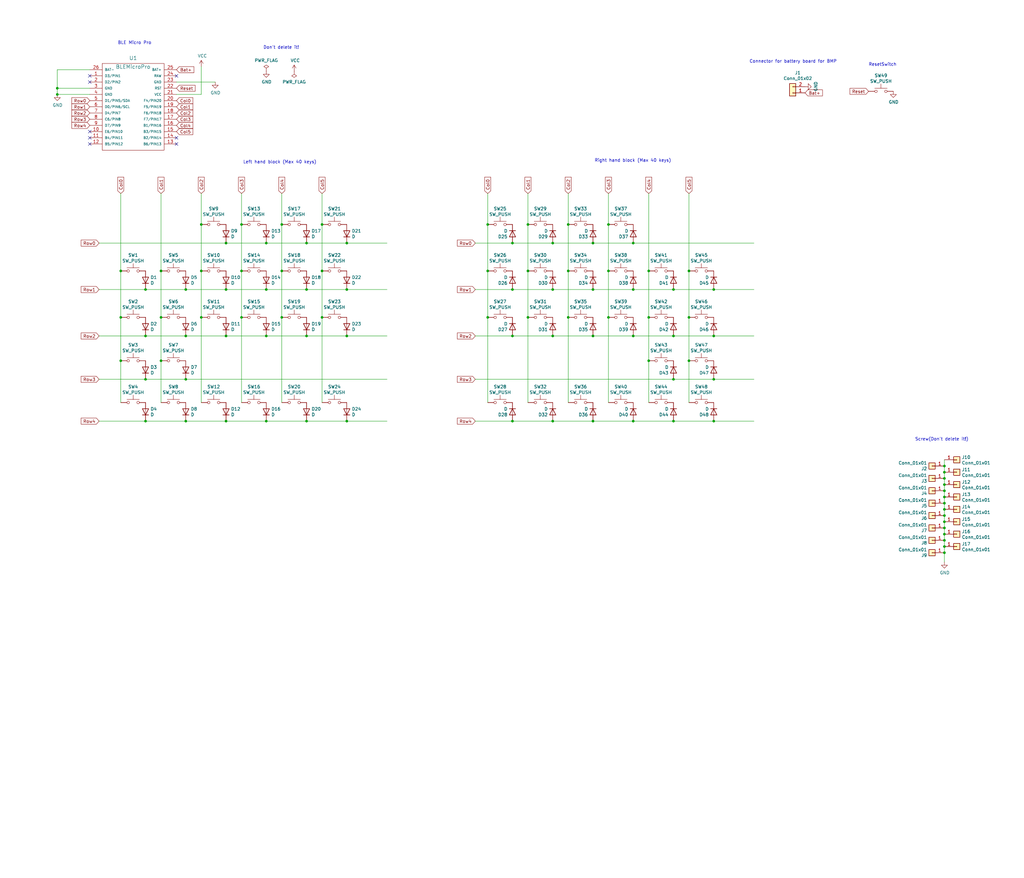
<source format=kicad_sch>
(kicad_sch (version 20211123) (generator eeschema)
  (paper "User" 419.989 360.045)
  (lib_symbols
    (symbol "Connector_Generic:Conn_01x01" (pin_names (offset 1.016) hide)
      (property "Reference" "J" (at 0 2.54 0))
      (property "Value" "Conn_01x01" (at 0 -2.54 0))
      (symbol "Conn_01x01_1_1"
        (rectangle (start -1.27 0.127) (end 0 -0.127) (stroke (width 0.1524)))
        (rectangle (start -1.27 1.27) (end 1.27 -1.27) (stroke (width 0.254)) (fill (type background)))
        (pin passive line (at -5.08 0 0) (length 3.81) (name "Pin_1") (number "1"))
      )
    )
    (symbol "Connector_Generic:Conn_01x02" (pin_names (offset 1.016) hide)
      (property "Reference" "J" (at 0 2.54 0))
      (property "Value" "Conn_01x02" (at 0 -5.08 0))
      (symbol "Conn_01x02_1_1"
        (rectangle (start -1.27 -2.413) (end 0 -2.667) (stroke (width 0.1524)))
        (rectangle (start -1.27 0.127) (end 0 -0.127) (stroke (width 0.1524)))
        (rectangle (start -1.27 1.27) (end 1.27 -3.81) (stroke (width 0.254)) (fill (type background)))
        (pin passive line (at -5.08 0 0) (length 3.81) (name "Pin_1") (number "1"))
        (pin passive line (at -5.08 -2.54 0) (length 3.81) (name "Pin_2") (number "2"))
      )
    )
    (symbol "Device:D" (pin_numbers hide) (pin_names (offset 1.016) hide)
      (property "Reference" "D" (at 0 2.54 0))
      (property "Value" "D" (at 0 -2.54 0))
      (symbol "D_0_1"
        (polyline (pts (xy -1.27 1.27) (xy -1.27 -1.27)) (stroke (width 0.254)))
        (polyline (pts (xy 1.27 0) (xy -1.27 0)))
        (polyline (pts (xy 1.27 1.27) (xy 1.27 -1.27) (xy -1.27 0) (xy 1.27 1.27)) (stroke (width 0.254)))
      )
      (symbol "D_1_1"
        (pin passive line (at -3.81 0 0) (length 2.54) (name "K") (number "1"))
        (pin passive line (at 3.81 0 180) (length 2.54) (name "A") (number "2"))
      )
    )
    (symbol "Salicylic_kbd:Micon_BLEMicroPro" (pin_names (offset 1.016))
      (property "Reference" "U" (at 0 26.67 0))
      (property "Value" "Micon_BLEMicroPro" (at 0 -13.97 0))
      (symbol "Micon_BLEMicroPro_0_1"
        (rectangle (start 12.7 24.13) (end -12.7 -11.43))
      )
      (symbol "Micon_BLEMicroPro_1_1"
        (pin bidirectional line (at -17.78 19.05 0) (length 5.08) (name "D3/PIN1") (number "1"))
        (pin bidirectional line (at -17.78 -3.81 0) (length 5.08) (name "E6/PIN10") (number "10"))
        (pin bidirectional line (at -17.78 -6.35 0) (length 5.08) (name "B4/PIN11") (number "11"))
        (pin bidirectional line (at -17.78 -8.89 0) (length 5.08) (name "B5/PIN12") (number "12"))
        (pin bidirectional line (at 17.78 -8.89 180) (length 5.08) (name "B6/PIN13") (number "13"))
        (pin bidirectional line (at 17.78 -6.35 180) (length 5.08) (name "B2/PIN14") (number "14"))
        (pin bidirectional line (at 17.78 -3.81 180) (length 5.08) (name "B3/PIN15") (number "15"))
        (pin bidirectional line (at 17.78 -1.27 180) (length 5.08) (name "B1/PIN16") (number "16"))
        (pin bidirectional line (at 17.78 1.27 180) (length 5.08) (name "F7/PIN17") (number "17"))
        (pin bidirectional line (at 17.78 3.81 180) (length 5.08) (name "F6/PIN18") (number "18"))
        (pin bidirectional line (at 17.78 6.35 180) (length 5.08) (name "F5/PIN19") (number "19"))
        (pin bidirectional line (at -17.78 16.51 0) (length 5.08) (name "D2/PIN2") (number "2"))
        (pin bidirectional line (at 17.78 8.89 180) (length 5.08) (name "F4/PIN20") (number "20"))
        (pin power_in line (at 17.78 11.43 180) (length 5.08) (name "VCC") (number "21"))
        (pin input line (at 17.78 13.97 180) (length 5.08) (name "RST") (number "22"))
        (pin power_in line (at 17.78 16.51 180) (length 5.08) (name "GND") (number "23"))
        (pin power_out line (at 17.78 19.05 180) (length 5.08) (name "RAW") (number "24"))
        (pin input line (at 17.78 21.59 180) (length 5.08) (name "BAT+") (number "25"))
        (pin input line (at -17.78 21.59 0) (length 5.08) (name "BAT-") (number "26"))
        (pin power_in line (at -17.78 13.97 0) (length 5.08) (name "GND") (number "3"))
        (pin power_in line (at -17.78 11.43 0) (length 5.08) (name "GND") (number "4"))
        (pin bidirectional line (at -17.78 8.89 0) (length 5.08) (name "D1/PIN5/SDA") (number "5"))
        (pin bidirectional line (at -17.78 6.35 0) (length 5.08) (name "D0/PIN6/SCL") (number "6"))
        (pin bidirectional line (at -17.78 3.81 0) (length 5.08) (name "D4/PIN7") (number "7"))
        (pin bidirectional line (at -17.78 1.27 0) (length 5.08) (name "C6/PIN8") (number "8"))
        (pin bidirectional line (at -17.78 -1.27 0) (length 5.08) (name "D7/PIN9") (number "9"))
      )
    )
    (symbol "Switch:SW_Push" (pin_numbers hide) (pin_names (offset 1.016) hide)
      (property "Reference" "SW" (at 1.27 2.54 0))
      (property "Value" "SW_Push" (at 0 -1.524 0))
      (symbol "SW_Push_0_1"
        (circle (center -2.032 0) (radius 0.508))
        (polyline (pts (xy 0 1.27) (xy 0 3.048)))
        (polyline (pts (xy 2.54 1.27) (xy -2.54 1.27)))
        (circle (center 2.032 0) (radius 0.508))
        (pin passive line (at -5.08 0 0) (length 2.54) (name "1") (number "1"))
        (pin passive line (at 5.08 0 180) (length 2.54) (name "2") (number "2"))
      )
    )
    (symbol "power:GND" (power) (pin_names (offset 0))
      (property "Value" "GND" (at 0 -3.81 0))
      (symbol "GND_0_1"
        (polyline (pts (xy 0 0) (xy 0 -1.27) (xy 1.27 -1.27) (xy 0 -2.54) (xy -1.27 -1.27) (xy 0 -1.27)))
      )
      (symbol "GND_1_1"
        (pin power_in line (at 0 0 270) (length 0) hide (name "GND") (number "1"))
      )
    )
    (symbol "power:PWR_FLAG" (power) (pin_numbers hide) (pin_names (offset 0) hide)
      (property "Value" "PWR_FLAG" (at 0 3.81 0))
      (symbol "PWR_FLAG_0_0"
        (pin power_out line (at 0 0 90) (length 0) (name "pwr") (number "1"))
      )
      (symbol "PWR_FLAG_0_1"
        (polyline (pts (xy 0 0) (xy 0 1.27) (xy -1.016 1.905) (xy 0 2.54) (xy 1.016 1.905) (xy 0 1.27)))
      )
    )
    (symbol "power:VCC" (power) (pin_names (offset 0))
      (property "Value" "VCC" (at 0 3.81 0))
      (symbol "VCC_0_1"
        (polyline (pts (xy -0.762 1.27) (xy 0 2.54)))
        (polyline (pts (xy 0 0) (xy 0 2.54)))
        (polyline (pts (xy 0 2.54) (xy 0.762 1.27)))
      )
      (symbol "VCC_1_1"
        (pin power_in line (at 0 0 90) (length 0) hide (name "VCC") (number "1"))
      )
    )
  )
  (junction (at 132.08 111.125))
  (junction (at 82.55 92.075))
  (junction (at 109.22 118.745))
  (junction (at 387.35 191.135))
  (junction (at 266.065 111.125))
  (junction (at 387.35 224.155))
  (junction (at 125.73 99.695))
  (junction (at 282.575 111.125))
  (junction (at 387.35 213.995))
  (junction (at 387.35 221.615))
  (junction (at 266.065 130.175))
  (junction (at 243.205 137.795))
  (junction (at 233.045 92.075))
  (junction (at 387.35 206.375))
  (junction (at 276.225 137.795))
  (junction (at 142.24 172.72))
  (junction (at 109.22 99.695))
  (junction (at 282.575 130.175))
  (junction (at 259.715 137.795))
  (junction (at 99.06 111.125))
  (junction (at 59.69 172.72))
  (junction (at 125.73 172.72))
  (junction (at 132.08 92.075))
  (junction (at 216.535 111.125))
  (junction (at 210.185 172.72))
  (junction (at 233.045 111.125))
  (junction (at 109.22 172.72))
  (junction (at 66.04 130.175))
  (junction (at 387.35 196.215))
  (junction (at 92.71 118.745))
  (junction (at 200.025 92.075))
  (junction (at 243.205 172.72))
  (junction (at 233.045 130.175))
  (junction (at 76.2 155.575))
  (junction (at 282.575 147.955))
  (junction (at 92.71 99.695))
  (junction (at 66.04 111.125))
  (junction (at 266.065 147.955))
  (junction (at 259.715 99.695))
  (junction (at 49.53 130.175))
  (junction (at 92.71 137.795))
  (junction (at 292.735 155.575))
  (junction (at 226.695 137.795))
  (junction (at 216.535 130.175))
  (junction (at 216.535 92.075))
  (junction (at 59.69 155.575))
  (junction (at 226.695 99.695))
  (junction (at 259.715 172.72))
  (junction (at 76.2 137.795))
  (junction (at 226.695 172.72))
  (junction (at 142.24 137.795))
  (junction (at 387.35 201.295))
  (junction (at 292.735 137.795))
  (junction (at 132.08 130.175))
  (junction (at 99.06 130.175))
  (junction (at 387.35 211.455))
  (junction (at 200.025 111.125))
  (junction (at 210.185 118.745))
  (junction (at 99.06 92.075))
  (junction (at 142.24 118.745))
  (junction (at 59.69 118.745))
  (junction (at 115.57 111.125))
  (junction (at 387.35 219.075))
  (junction (at 200.025 130.175))
  (junction (at 292.735 172.72))
  (junction (at 115.57 130.175))
  (junction (at 76.2 172.72))
  (junction (at 210.185 137.795))
  (junction (at 76.2 118.745))
  (junction (at 259.715 118.745))
  (junction (at 387.35 203.835))
  (junction (at 249.555 92.075))
  (junction (at 125.73 137.795))
  (junction (at 23.495 38.735))
  (junction (at 226.695 118.745))
  (junction (at 276.225 118.745))
  (junction (at 59.69 137.795))
  (junction (at 92.71 172.72))
  (junction (at 23.495 36.195))
  (junction (at 387.35 193.675))
  (junction (at 387.35 216.535))
  (junction (at 115.57 92.075))
  (junction (at 109.22 137.795))
  (junction (at 387.35 226.695))
  (junction (at 125.73 118.745))
  (junction (at 49.53 111.125))
  (junction (at 276.225 155.575))
  (junction (at 210.185 99.695))
  (junction (at 82.55 130.175))
  (junction (at 387.35 198.755))
  (junction (at 66.04 147.955))
  (junction (at 82.55 111.125))
  (junction (at 142.24 99.695))
  (junction (at 243.205 99.695))
  (junction (at 292.735 118.745))
  (junction (at 49.53 147.955))
  (junction (at 243.205 118.745))
  (junction (at 249.555 111.125))
  (junction (at 387.35 208.915))
  (junction (at 276.225 172.72))
  (junction (at 249.555 130.175))
  (no_connect (at 36.83 56.515))
  (no_connect (at 36.83 59.055))
  (no_connect (at 72.39 31.115))
  (no_connect (at 72.39 59.055))
  (no_connect (at 36.83 53.975))
  (no_connect (at 72.39 56.515))
  (no_connect (at 36.83 31.115))
  (no_connect (at 36.83 33.655))
  (wire (pts (xy 387.35 196.215) (xy 387.35 198.755)))
  (wire (pts (xy 226.695 99.695) (xy 243.205 99.695)))
  (wire (pts (xy 387.35 226.695) (xy 387.35 230.505)))
  (wire (pts (xy 194.945 172.72) (xy 210.185 172.72)))
  (wire (pts (xy 266.065 130.175) (xy 266.065 147.955)))
  (wire (pts (xy 210.185 137.795) (xy 226.695 137.795)))
  (wire (pts (xy 132.08 130.175) (xy 132.08 165.1)))
  (wire (pts (xy 292.735 172.72) (xy 309.245 172.72)))
  (wire (pts (xy 36.83 36.195) (xy 23.495 36.195)))
  (wire (pts (xy 23.495 28.575) (xy 23.495 36.195)))
  (wire (pts (xy 243.205 99.695) (xy 259.715 99.695)))
  (wire (pts (xy 387.35 213.995) (xy 387.35 216.535)))
  (wire (pts (xy 387.35 219.075) (xy 387.35 221.615)))
  (wire (pts (xy 82.55 79.375) (xy 82.55 92.075)))
  (wire (pts (xy 266.065 79.375) (xy 266.065 111.125)))
  (wire (pts (xy 259.715 137.795) (xy 276.225 137.795)))
  (wire (pts (xy 76.2 137.795) (xy 92.71 137.795)))
  (wire (pts (xy 249.555 111.125) (xy 249.555 130.175)))
  (wire (pts (xy 109.22 137.795) (xy 125.73 137.795)))
  (wire (pts (xy 99.06 130.175) (xy 99.06 165.1)))
  (wire (pts (xy 282.575 79.375) (xy 282.575 111.125)))
  (wire (pts (xy 210.185 99.695) (xy 226.695 99.695)))
  (wire (pts (xy 292.735 137.795) (xy 309.245 137.795)))
  (wire (pts (xy 216.535 111.125) (xy 216.535 130.175)))
  (wire (pts (xy 115.57 92.075) (xy 115.57 111.125)))
  (wire (pts (xy 387.35 224.155) (xy 387.35 226.695)))
  (wire (pts (xy 92.71 118.745) (xy 109.22 118.745)))
  (wire (pts (xy 233.045 111.125) (xy 233.045 130.175)))
  (wire (pts (xy 132.08 79.375) (xy 132.08 92.075)))
  (wire (pts (xy 266.065 111.125) (xy 266.065 130.175)))
  (wire (pts (xy 49.53 147.955) (xy 49.53 165.1)))
  (wire (pts (xy 210.185 172.72) (xy 226.695 172.72)))
  (wire (pts (xy 249.555 79.375) (xy 249.555 92.075)))
  (wire (pts (xy 76.2 155.575) (xy 158.75 155.575)))
  (wire (pts (xy 49.53 79.375) (xy 49.53 111.125)))
  (wire (pts (xy 249.555 130.175) (xy 249.555 165.1)))
  (wire (pts (xy 88.265 33.655) (xy 72.39 33.655)))
  (wire (pts (xy 387.35 206.375) (xy 387.35 208.915)))
  (wire (pts (xy 266.065 147.955) (xy 266.065 165.1)))
  (wire (pts (xy 387.35 191.135) (xy 387.35 193.675)))
  (wire (pts (xy 99.06 92.075) (xy 99.06 111.125)))
  (wire (pts (xy 59.69 137.795) (xy 40.64 137.795)))
  (wire (pts (xy 200.025 130.175) (xy 200.025 165.1)))
  (wire (pts (xy 125.73 137.795) (xy 142.24 137.795)))
  (wire (pts (xy 282.575 130.175) (xy 282.575 147.955)))
  (wire (pts (xy 115.57 130.175) (xy 115.57 165.1)))
  (wire (pts (xy 276.225 137.795) (xy 292.735 137.795)))
  (wire (pts (xy 49.53 111.125) (xy 49.53 130.175)))
  (wire (pts (xy 132.08 111.125) (xy 132.08 130.175)))
  (wire (pts (xy 387.35 198.755) (xy 387.35 201.295)))
  (wire (pts (xy 109.22 172.72) (xy 125.73 172.72)))
  (wire (pts (xy 233.045 130.175) (xy 233.045 165.1)))
  (wire (pts (xy 142.24 172.72) (xy 158.75 172.72)))
  (wire (pts (xy 194.945 155.575) (xy 276.225 155.575)))
  (wire (pts (xy 194.945 99.695) (xy 210.185 99.695)))
  (wire (pts (xy 92.71 99.695) (xy 109.22 99.695)))
  (wire (pts (xy 92.71 172.72) (xy 109.22 172.72)))
  (wire (pts (xy 115.57 111.125) (xy 115.57 130.175)))
  (wire (pts (xy 226.695 172.72) (xy 243.205 172.72)))
  (wire (pts (xy 23.495 36.195) (xy 23.495 38.735)))
  (wire (pts (xy 387.35 201.295) (xy 387.35 203.835)))
  (wire (pts (xy 142.24 99.695) (xy 158.75 99.695)))
  (wire (pts (xy 387.35 211.455) (xy 387.35 213.995)))
  (wire (pts (xy 387.35 203.835) (xy 387.35 206.375)))
  (wire (pts (xy 66.04 147.955) (xy 66.04 165.1)))
  (wire (pts (xy 59.69 172.72) (xy 76.2 172.72)))
  (wire (pts (xy 82.55 111.125) (xy 82.55 130.175)))
  (wire (pts (xy 59.69 155.575) (xy 40.64 155.575)))
  (wire (pts (xy 82.55 92.075) (xy 82.55 111.125)))
  (wire (pts (xy 387.35 188.595) (xy 387.35 191.135)))
  (wire (pts (xy 66.04 130.175) (xy 66.04 147.955)))
  (wire (pts (xy 142.24 118.745) (xy 158.75 118.745)))
  (wire (pts (xy 36.83 28.575) (xy 23.495 28.575)))
  (wire (pts (xy 125.73 172.72) (xy 142.24 172.72)))
  (wire (pts (xy 282.575 111.125) (xy 282.575 130.175)))
  (wire (pts (xy 259.715 118.745) (xy 276.225 118.745)))
  (wire (pts (xy 115.57 79.375) (xy 115.57 92.075)))
  (wire (pts (xy 36.83 38.735) (xy 23.495 38.735)))
  (wire (pts (xy 216.535 79.375) (xy 216.535 92.075)))
  (wire (pts (xy 276.225 172.72) (xy 292.735 172.72)))
  (wire (pts (xy 125.73 118.745) (xy 142.24 118.745)))
  (wire (pts (xy 76.2 118.745) (xy 92.71 118.745)))
  (wire (pts (xy 59.69 137.795) (xy 76.2 137.795)))
  (wire (pts (xy 200.025 92.075) (xy 200.025 111.125)))
  (wire (pts (xy 82.55 38.735) (xy 82.55 27.305)))
  (wire (pts (xy 276.225 155.575) (xy 292.735 155.575)))
  (wire (pts (xy 125.73 99.695) (xy 142.24 99.695)))
  (wire (pts (xy 226.695 137.795) (xy 243.205 137.795)))
  (wire (pts (xy 243.205 172.72) (xy 259.715 172.72)))
  (wire (pts (xy 243.205 118.745) (xy 259.715 118.745)))
  (wire (pts (xy 99.06 111.125) (xy 99.06 130.175)))
  (wire (pts (xy 282.575 147.955) (xy 282.575 165.1)))
  (wire (pts (xy 142.24 137.795) (xy 158.75 137.795)))
  (wire (pts (xy 216.535 92.075) (xy 216.535 111.125)))
  (wire (pts (xy 59.69 155.575) (xy 76.2 155.575)))
  (wire (pts (xy 132.08 92.075) (xy 132.08 111.125)))
  (wire (pts (xy 276.225 118.745) (xy 292.735 118.745)))
  (wire (pts (xy 59.69 118.745) (xy 76.2 118.745)))
  (wire (pts (xy 259.715 172.72) (xy 276.225 172.72)))
  (wire (pts (xy 233.045 79.375) (xy 233.045 92.075)))
  (wire (pts (xy 72.39 38.735) (xy 82.55 38.735)))
  (wire (pts (xy 82.55 130.175) (xy 82.55 165.1)))
  (wire (pts (xy 249.555 92.075) (xy 249.555 111.125)))
  (wire (pts (xy 99.06 79.375) (xy 99.06 92.075)))
  (wire (pts (xy 49.53 130.175) (xy 49.53 147.955)))
  (wire (pts (xy 387.35 216.535) (xy 387.35 219.075)))
  (wire (pts (xy 233.045 92.075) (xy 233.045 111.125)))
  (wire (pts (xy 59.69 118.745) (xy 40.64 118.745)))
  (wire (pts (xy 210.185 118.745) (xy 226.695 118.745)))
  (wire (pts (xy 216.535 130.175) (xy 216.535 165.1)))
  (wire (pts (xy 92.71 137.795) (xy 109.22 137.795)))
  (wire (pts (xy 243.205 137.795) (xy 259.715 137.795)))
  (wire (pts (xy 66.04 79.375) (xy 66.04 111.125)))
  (wire (pts (xy 226.695 118.745) (xy 243.205 118.745)))
  (wire (pts (xy 200.025 79.375) (xy 200.025 92.075)))
  (wire (pts (xy 76.2 172.72) (xy 92.71 172.72)))
  (wire (pts (xy 109.22 99.695) (xy 125.73 99.695)))
  (wire (pts (xy 200.025 111.125) (xy 200.025 130.175)))
  (wire (pts (xy 59.69 172.72) (xy 40.64 172.72)))
  (wire (pts (xy 292.735 155.575) (xy 309.245 155.575)))
  (wire (pts (xy 109.22 118.745) (xy 125.73 118.745)))
  (wire (pts (xy 259.715 99.695) (xy 309.245 99.695)))
  (wire (pts (xy 387.35 193.675) (xy 387.35 196.215)))
  (wire (pts (xy 194.945 118.745) (xy 210.185 118.745)))
  (wire (pts (xy 194.945 137.795) (xy 210.185 137.795)))
  (wire (pts (xy 292.735 118.745) (xy 309.245 118.745)))
  (wire (pts (xy 66.04 111.125) (xy 66.04 130.175)))
  (wire (pts (xy 387.35 208.915) (xy 387.35 211.455)))
  (wire (pts (xy 40.64 99.695) (xy 92.71 99.695)))
  (wire (pts (xy 387.35 221.615) (xy 387.35 224.155)))
  (text "BLE Micro Pro" (at 48.26 18.415 0) (effects (font (size 1.27 1.27)) (justify left bottom)))
  (text "Don't delete it!" (at 107.95 20.32 0) (effects (font (size 1.27 1.27)) (justify left bottom)))
  (text "Left hand block (Max 40 keys)" (at 99.695 67.31 0) (effects (font (size 1.27 1.27)) (justify left bottom)))
  (text "Screw(Don't delete it!)" (at 375.285 180.975 0) (effects (font (size 1.27 1.27)) (justify left bottom)))
  (text "Connector for battery board for BMP" (at 307.34 26.035 0) (effects (font (size 1.27 1.27)) (justify left bottom)))
  (text "ResetSwitch" (at 356.235 27.305 0) (effects (font (size 1.27 1.27)) (justify left bottom)))
  (text "Right hand block (Max 40 keys)" (at 243.84 66.675 0) (effects (font (size 1.27 1.27)) (justify left bottom)))
  (global_label "Row0" (shape input) (at 40.64 99.695 180) (property "Intersheet References" "${INTERSHEET_REFS}" (effects hide)))
  (global_label "Row1" (shape input) (at 194.945 118.745 180) (property "Intersheet References" "${INTERSHEET_REFS}" (effects hide)))
  (global_label "Reset" (shape input) (at 72.39 36.195 0) (property "Intersheet References" "${INTERSHEET_REFS}" (effects hide)))
  (global_label "Row4" (shape input) (at 36.83 51.435 180) (property "Intersheet References" "${INTERSHEET_REFS}" (effects hide)))
  (global_label "Col4" (shape input) (at 72.39 51.435 0) (property "Intersheet References" "${INTERSHEET_REFS}" (effects hide)))
  (global_label "Row2" (shape input) (at 40.64 137.795 180) (property "Intersheet References" "${INTERSHEET_REFS}" (effects hide)))
  (global_label "Row2" (shape input) (at 194.945 137.795 180) (property "Intersheet References" "${INTERSHEET_REFS}" (effects hide)))
  (global_label "Row3" (shape input) (at 40.64 155.575 180) (property "Intersheet References" "${INTERSHEET_REFS}" (effects hide)))
  (global_label "Row0" (shape input) (at 194.945 99.695 180) (property "Intersheet References" "${INTERSHEET_REFS}" (effects hide)))
  (global_label "Col3" (shape input) (at 72.39 48.895 0) (property "Intersheet References" "${INTERSHEET_REFS}" (effects hide)))
  (global_label "Row4" (shape input) (at 40.64 172.72 180) (property "Intersheet References" "${INTERSHEET_REFS}" (effects hide)))
  (global_label "Col0" (shape input) (at 49.53 79.375 90) (property "Intersheet References" "${INTERSHEET_REFS}" (effects hide)))
  (global_label "Row1" (shape input) (at 36.83 43.815 180) (property "Intersheet References" "${INTERSHEET_REFS}" (effects hide)))
  (global_label "Col2" (shape input) (at 72.39 46.355 0) (property "Intersheet References" "${INTERSHEET_REFS}" (effects hide)))
  (global_label "Col2" (shape input) (at 233.045 79.375 90) (property "Intersheet References" "${INTERSHEET_REFS}" (effects hide)))
  (global_label "Col4" (shape input) (at 115.57 79.375 90) (property "Intersheet References" "${INTERSHEET_REFS}" (effects hide)))
  (global_label "Col2" (shape input) (at 82.55 79.375 90) (property "Intersheet References" "${INTERSHEET_REFS}" (effects hide)))
  (global_label "Col0" (shape input) (at 72.39 41.275 0) (property "Intersheet References" "${INTERSHEET_REFS}" (effects hide)))
  (global_label "Col3" (shape input) (at 249.555 79.375 90) (property "Intersheet References" "${INTERSHEET_REFS}" (effects hide)))
  (global_label "Row4" (shape input) (at 194.945 172.72 180) (property "Intersheet References" "${INTERSHEET_REFS}" (effects hide)))
  (global_label "Row1" (shape input) (at 40.64 118.745 180) (property "Intersheet References" "${INTERSHEET_REFS}" (effects hide)))
  (global_label "Col3" (shape input) (at 99.06 79.375 90) (property "Intersheet References" "${INTERSHEET_REFS}" (effects hide)))
  (global_label "Bat+" (shape input) (at 330.2 38.1 0) (property "Intersheet References" "${INTERSHEET_REFS}" (effects hide)))
  (global_label "Row3" (shape input) (at 36.83 48.895 180) (property "Intersheet References" "${INTERSHEET_REFS}" (effects hide)))
  (global_label "Col5" (shape input) (at 282.575 79.375 90) (property "Intersheet References" "${INTERSHEET_REFS}" (effects hide)))
  (global_label "Col0" (shape input) (at 200.025 79.375 90) (property "Intersheet References" "${INTERSHEET_REFS}" (effects hide)))
  (global_label "Row2" (shape input) (at 36.83 46.355 180) (property "Intersheet References" "${INTERSHEET_REFS}" (effects hide)))
  (global_label "Col5" (shape input) (at 132.08 79.375 90) (property "Intersheet References" "${INTERSHEET_REFS}" (effects hide)))
  (global_label "Col1" (shape input) (at 216.535 79.375 90) (property "Intersheet References" "${INTERSHEET_REFS}" (effects hide)))
  (global_label "Col5" (shape input) (at 72.39 53.975 0) (property "Intersheet References" "${INTERSHEET_REFS}" (effects hide)))
  (global_label "Col4" (shape input) (at 266.065 79.375 90) (property "Intersheet References" "${INTERSHEET_REFS}" (effects hide)))
  (global_label "Row3" (shape input) (at 194.945 155.575 180) (property "Intersheet References" "${INTERSHEET_REFS}" (effects hide)))
  (global_label "Col1" (shape input) (at 66.04 79.375 90) (property "Intersheet References" "${INTERSHEET_REFS}" (effects hide)))
  (global_label "Bat+" (shape input) (at 72.39 28.575 0) (property "Intersheet References" "${INTERSHEET_REFS}" (effects hide)))
  (global_label "Reset" (shape input) (at 356.235 37.465 180) (property "Intersheet References" "${INTERSHEET_REFS}" (effects hide)))
  (global_label "Col1" (shape input) (at 72.39 43.815 0) (property "Intersheet References" "${INTERSHEET_REFS}" (effects hide)))
  (global_label "Row0" (shape input) (at 36.83 41.275 180) (property "Intersheet References" "${INTERSHEET_REFS}" (effects hide)))
  (symbol (lib_id "power:PWR_FLAG") (at 109.22 29.21 0) (unit 1)
    (property "Reference" "#FLG01" (effects hide))
    (property "Value" "PWR_FLAG" (at 109.22 24.7904 0))
  )
  (symbol (lib_id "power:PWR_FLAG") (at 120.65 29.21 180) (unit 1)
    (property "Reference" "#FLG02" (effects hide))
    (property "Value" "PWR_FLAG" (at 120.65 33.6042 0))
  )
  (symbol (lib_id "power:GND") (at 109.22 29.21 0) (unit 1)
    (property "Reference" "#PWR04" (effects hide))
    (property "Value" "GND" (at 109.347 33.6042 0))
  )
  (symbol (lib_id "power:VCC") (at 120.65 29.21 0) (unit 1)
    (property "Reference" "#PWR05" (effects hide))
    (property "Value" "VCC" (at 121.0818 24.8158 0))
  )
  (symbol (lib_id "Salicylic_kbd:Micon_BLEMicroPro") (at 54.61 50.165 0) (unit 1)
    (property "Reference" "U1" (at 54.61 23.8252 0) (effects (font (size 1.524 1.524))))
    (property "Value" "BLEMicroPro" (at 54.61 26.5176 0) (effects (font (size 1.524 1.524)) (justify top)))
    (property "Footprint" "kbd_Parts:Micon_BMP_GL" (effects hide))
  )
  (symbol (lib_id "power:GND") (at 88.265 33.655 0) (unit 1)
    (property "Reference" "#PWR03" (effects hide))
    (property "Value" "GND" (at 88.392 38.0492 0))
  )
  (symbol (lib_id "power:VCC") (at 82.55 27.305 0) (unit 1)
    (property "Reference" "#PWR02" (effects hide))
    (property "Value" "VCC" (at 82.9818 22.9108 0))
  )
  (symbol (lib_id "power:GND") (at 23.495 38.735 0) (unit 1)
    (property "Reference" "#PWR01" (effects hide))
    (property "Value" "GND" (at 23.622 43.1292 0))
  )
  (symbol (lib_id "Switch:SW_Push") (at 54.61 111.125 0) (unit 1)
    (property "Reference" "SW1" (at 54.61 104.648 0))
    (property "Value" "SW_PUSH" (at 54.61 106.9594 0))
    (property "Footprint" "kbd_SW:CherryMX_Hotswap_1.5u" (effects hide))
  )
  (symbol (lib_id "Switch:SW_Push") (at 71.12 111.125 0) (unit 1)
    (property "Reference" "SW5" (at 71.12 104.648 0))
    (property "Value" "SW_PUSH" (at 71.12 106.9594 0))
    (property "Footprint" "kbd_SW:CherryMX_Hotswap_1u" (effects hide))
  )
  (symbol (lib_id "Device:D") (at 76.2 114.935 90) (unit 1)
    (property "Reference" "D5" (at 78.2066 113.7666 90) (effects (justify right)))
    (property "Value" "D" (at 78.2066 116.078 90) (effects (justify right)))
    (property "Footprint" "kbd_Parts:Diode_TH_SMD" (effects hide))
  )
  (symbol (lib_id "Device:D") (at 59.69 114.935 90) (unit 1)
    (property "Reference" "D1" (at 61.6966 113.7666 90) (effects (justify right)))
    (property "Value" "D" (at 61.6966 116.078 90) (effects (justify right)))
    (property "Footprint" "kbd_Parts:Diode_TH_SMD" (effects hide))
  )
  (symbol (lib_id "Switch:SW_Push") (at 361.315 37.465 0) (unit 1)
    (property "Reference" "SW49" (at 361.315 30.988 0))
    (property "Value" "SW_PUSH" (at 361.315 33.2994 0))
    (property "Footprint" "kbd_Parts:ResetSW" (effects hide))
  )
  (symbol (lib_id "power:GND") (at 366.395 37.465 0) (unit 1)
    (property "Reference" "#PWR07" (effects hide))
    (property "Value" "GND" (at 366.522 41.8592 0))
  )
  (symbol (lib_id "Switch:SW_Push") (at 104.14 92.075 0) (unit 1)
    (property "Reference" "SW13" (at 104.14 85.598 0))
    (property "Value" "SW_PUSH" (at 104.14 87.9094 0))
    (property "Footprint" "kbd_SW:CherryMX_Hotswap_1u" (effects hide))
  )
  (symbol (lib_id "Switch:SW_Push") (at 120.65 92.075 0) (unit 1)
    (property "Reference" "SW17" (at 120.65 85.598 0))
    (property "Value" "SW_PUSH" (at 120.65 87.9094 0))
    (property "Footprint" "kbd_SW:CherryMX_Hotswap_1u" (effects hide))
  )
  (symbol (lib_id "Switch:SW_Push") (at 137.16 92.075 0) (unit 1)
    (property "Reference" "SW21" (at 137.16 85.598 0))
    (property "Value" "SW_PUSH" (at 137.16 87.9094 0))
    (property "Footprint" "kbd_SW:CherryMX_Hotswap_1u" (effects hide))
  )
  (symbol (lib_id "Switch:SW_Push") (at 87.63 92.075 0) (unit 1)
    (property "Reference" "SW9" (at 87.63 85.598 0))
    (property "Value" "SW_PUSH" (at 87.63 87.9094 0))
    (property "Footprint" "kbd_SW:CherryMX_Hotswap_1u" (effects hide))
  )
  (symbol (lib_id "Switch:SW_Push") (at 104.14 130.175 0) (unit 1)
    (property "Reference" "SW15" (at 104.14 123.698 0))
    (property "Value" "SW_PUSH" (at 104.14 126.0094 0))
    (property "Footprint" "kbd_SW:CherryMX_Hotswap_1u" (effects hide))
  )
  (symbol (lib_id "Switch:SW_Push") (at 104.14 111.125 0) (unit 1)
    (property "Reference" "SW14" (at 104.14 104.648 0))
    (property "Value" "SW_PUSH" (at 104.14 106.9594 0))
    (property "Footprint" "kbd_SW:CherryMX_Hotswap_1u" (effects hide))
  )
  (symbol (lib_id "Switch:SW_Push") (at 120.65 111.125 0) (unit 1)
    (property "Reference" "SW18" (at 120.65 104.648 0))
    (property "Value" "SW_PUSH" (at 120.65 106.9594 0))
    (property "Footprint" "kbd_SW:CherryMX_Hotswap_1u" (effects hide))
  )
  (symbol (lib_id "Switch:SW_Push") (at 137.16 111.125 0) (unit 1)
    (property "Reference" "SW22" (at 137.16 104.648 0))
    (property "Value" "SW_PUSH" (at 137.16 106.9594 0))
    (property "Footprint" "kbd_SW:CherryMX_Hotswap_1u" (effects hide))
  )
  (symbol (lib_id "Switch:SW_Push") (at 87.63 111.125 0) (unit 1)
    (property "Reference" "SW10" (at 87.63 104.648 0))
    (property "Value" "SW_PUSH" (at 87.63 106.9594 0))
    (property "Footprint" "kbd_SW:CherryMX_Hotswap_1u" (effects hide))
  )
  (symbol (lib_id "Switch:SW_Push") (at 54.61 130.175 0) (unit 1)
    (property "Reference" "SW2" (at 54.61 123.698 0))
    (property "Value" "SW_PUSH" (at 54.61 126.0094 0))
    (property "Footprint" "kbd_SW:CherryMX_Hotswap_1.5u" (effects hide))
  )
  (symbol (lib_id "Switch:SW_Push") (at 54.61 147.955 0) (unit 1)
    (property "Reference" "SW3" (at 54.61 141.478 0))
    (property "Value" "SW_PUSH" (at 54.61 143.7894 0))
    (property "Footprint" "kbd_SW:CherryMX_Hotswap_1.5u" (effects hide))
  )
  (symbol (lib_id "Switch:SW_Push") (at 71.12 130.175 0) (unit 1)
    (property "Reference" "SW6" (at 71.12 123.698 0))
    (property "Value" "SW_PUSH" (at 71.12 126.0094 0))
    (property "Footprint" "kbd_SW:CherryMX_Hotswap_1u" (effects hide))
  )
  (symbol (lib_id "Switch:SW_Push") (at 71.12 147.955 0) (unit 1)
    (property "Reference" "SW7" (at 71.12 141.478 0))
    (property "Value" "SW_PUSH" (at 71.12 143.7894 0))
    (property "Footprint" "kbd_SW:CherryMX_Hotswap_1u" (effects hide))
  )
  (symbol (lib_id "Switch:SW_Push") (at 87.63 130.175 0) (unit 1)
    (property "Reference" "SW11" (at 87.63 123.698 0))
    (property "Value" "SW_PUSH" (at 87.63 126.0094 0))
    (property "Footprint" "kbd_SW:CherryMX_Hotswap_1u" (effects hide))
  )
  (symbol (lib_id "Switch:SW_Push") (at 120.65 130.175 0) (unit 1)
    (property "Reference" "SW19" (at 120.65 123.698 0))
    (property "Value" "SW_PUSH" (at 120.65 126.0094 0))
    (property "Footprint" "kbd_SW:CherryMX_Hotswap_1u" (effects hide))
  )
  (symbol (lib_id "Switch:SW_Push") (at 137.16 130.175 0) (unit 1)
    (property "Reference" "SW23" (at 137.16 123.698 0))
    (property "Value" "SW_PUSH" (at 137.16 126.0094 0))
    (property "Footprint" "kbd_SW:CherryMX_Hotswap_1u" (effects hide))
  )
  (symbol (lib_id "Device:D") (at 92.71 95.885 90) (unit 1)
    (property "Reference" "D9" (at 94.7166 94.7166 90) (effects (justify right)))
    (property "Value" "D" (at 94.7166 97.028 90) (effects (justify right)))
    (property "Footprint" "kbd_Parts:Diode_TH_SMD" (effects hide))
  )
  (symbol (lib_id "Device:D") (at 109.22 95.885 90) (unit 1)
    (property "Reference" "D13" (at 111.2266 94.7166 90) (effects (justify right)))
    (property "Value" "D" (at 111.2266 97.028 90) (effects (justify right)))
    (property "Footprint" "kbd_Parts:Diode_TH_SMD" (effects hide))
  )
  (symbol (lib_id "Device:D") (at 125.73 95.885 90) (unit 1)
    (property "Reference" "D17" (at 127.7366 94.7166 90) (effects (justify right)))
    (property "Value" "D" (at 127.7366 97.028 90) (effects (justify right)))
    (property "Footprint" "kbd_Parts:Diode_TH_SMD" (effects hide))
  )
  (symbol (lib_id "Device:D") (at 142.24 95.885 90) (unit 1)
    (property "Reference" "D21" (at 144.2466 94.7166 90) (effects (justify right)))
    (property "Value" "D" (at 144.2466 97.028 90) (effects (justify right)))
    (property "Footprint" "kbd_Parts:Diode_TH_SMD" (effects hide))
  )
  (symbol (lib_id "Device:D") (at 142.24 114.935 90) (unit 1)
    (property "Reference" "D22" (at 144.2466 113.7666 90) (effects (justify right)))
    (property "Value" "D" (at 144.2466 116.078 90) (effects (justify right)))
    (property "Footprint" "kbd_Parts:Diode_TH_SMD" (effects hide))
  )
  (symbol (lib_id "Device:D") (at 142.24 133.985 90) (unit 1)
    (property "Reference" "D23" (at 144.2466 132.8166 90) (effects (justify right)))
    (property "Value" "D" (at 144.2466 135.128 90) (effects (justify right)))
    (property "Footprint" "kbd_Parts:Diode_TH_SMD" (effects hide))
  )
  (symbol (lib_id "Device:D") (at 125.73 133.985 90) (unit 1)
    (property "Reference" "D19" (at 127.7366 132.8166 90) (effects (justify right)))
    (property "Value" "D" (at 127.7366 135.128 90) (effects (justify right)))
    (property "Footprint" "kbd_Parts:Diode_TH_SMD" (effects hide))
  )
  (symbol (lib_id "Device:D") (at 125.73 114.935 90) (unit 1)
    (property "Reference" "D18" (at 127.7366 113.7666 90) (effects (justify right)))
    (property "Value" "D" (at 127.7366 116.078 90) (effects (justify right)))
    (property "Footprint" "kbd_Parts:Diode_TH_SMD" (effects hide))
  )
  (symbol (lib_id "Device:D") (at 109.22 114.935 90) (unit 1)
    (property "Reference" "D14" (at 111.2266 113.7666 90) (effects (justify right)))
    (property "Value" "D" (at 111.2266 116.078 90) (effects (justify right)))
    (property "Footprint" "kbd_Parts:Diode_TH_SMD" (effects hide))
  )
  (symbol (lib_id "Device:D") (at 92.71 114.935 90) (unit 1)
    (property "Reference" "D10" (at 94.7166 113.7666 90) (effects (justify right)))
    (property "Value" "D" (at 94.7166 116.078 90) (effects (justify right)))
    (property "Footprint" "kbd_Parts:Diode_TH_SMD" (effects hide))
  )
  (symbol (lib_id "Device:D") (at 92.71 133.985 90) (unit 1)
    (property "Reference" "D11" (at 94.7166 132.8166 90) (effects (justify right)))
    (property "Value" "D" (at 94.7166 135.128 90) (effects (justify right)))
    (property "Footprint" "kbd_Parts:Diode_TH_SMD" (effects hide))
  )
  (symbol (lib_id "Device:D") (at 109.22 133.985 90) (unit 1)
    (property "Reference" "D15" (at 111.2266 132.8166 90) (effects (justify right)))
    (property "Value" "D" (at 111.2266 135.128 90) (effects (justify right)))
    (property "Footprint" "kbd_Parts:Diode_TH_SMD" (effects hide))
  )
  (symbol (lib_id "Device:D") (at 76.2 151.765 90) (unit 1)
    (property "Reference" "D7" (at 78.2066 150.5966 90) (effects (justify right)))
    (property "Value" "D" (at 78.2066 152.908 90) (effects (justify right)))
    (property "Footprint" "kbd_Parts:Diode_TH_SMD" (effects hide))
  )
  (symbol (lib_id "Device:D") (at 76.2 133.985 90) (unit 1)
    (property "Reference" "D6" (at 78.2066 132.8166 90) (effects (justify right)))
    (property "Value" "D" (at 78.2066 135.128 90) (effects (justify right)))
    (property "Footprint" "kbd_Parts:Diode_TH_SMD" (effects hide))
  )
  (symbol (lib_id "Device:D") (at 59.69 133.985 90) (unit 1)
    (property "Reference" "D2" (at 61.6966 132.8166 90) (effects (justify right)))
    (property "Value" "D" (at 61.6966 135.128 90) (effects (justify right)))
    (property "Footprint" "kbd_Parts:Diode_TH_SMD" (effects hide))
  )
  (symbol (lib_id "Device:D") (at 59.69 151.765 90) (unit 1)
    (property "Reference" "D3" (at 61.6966 150.5966 90) (effects (justify right)))
    (property "Value" "D" (at 61.6966 152.908 90) (effects (justify right)))
    (property "Footprint" "kbd_Parts:Diode_TH_SMD" (effects hide))
  )
  (symbol (lib_id "Switch:SW_Push") (at 54.61 165.1 0) (unit 1)
    (property "Reference" "SW4" (at 54.61 158.623 0))
    (property "Value" "SW_PUSH" (at 54.61 160.9344 0))
    (property "Footprint" "kbd_SW:CherryMX_Hotswap_1.5u" (effects hide))
  )
  (symbol (lib_id "Switch:SW_Push") (at 71.12 165.1 0) (unit 1)
    (property "Reference" "SW8" (at 71.12 158.623 0))
    (property "Value" "SW_PUSH" (at 71.12 160.9344 0))
    (property "Footprint" "kbd_SW:CherryMX_Hotswap_1u" (effects hide))
  )
  (symbol (lib_id "Switch:SW_Push") (at 87.63 165.1 0) (unit 1)
    (property "Reference" "SW12" (at 87.63 158.623 0))
    (property "Value" "SW_PUSH" (at 87.63 160.9344 0))
    (property "Footprint" "kbd_SW:CherryMX_Hotswap_1u" (effects hide))
  )
  (symbol (lib_id "Switch:SW_Push") (at 104.14 165.1 0) (unit 1)
    (property "Reference" "SW16" (at 104.14 158.623 0))
    (property "Value" "SW_PUSH" (at 104.14 160.9344 0))
    (property "Footprint" "kbd_SW:CherryMX_Hotswap_1u" (effects hide))
  )
  (symbol (lib_id "Switch:SW_Push") (at 120.65 165.1 0) (unit 1)
    (property "Reference" "SW20" (at 120.65 158.623 0))
    (property "Value" "SW_PUSH" (at 120.65 160.9344 0))
    (property "Footprint" "kbd_SW:CherryMX_Hotswap_1u" (effects hide))
  )
  (symbol (lib_id "Switch:SW_Push") (at 137.16 165.1 0) (unit 1)
    (property "Reference" "SW24" (at 137.16 158.623 0))
    (property "Value" "SW_PUSH" (at 137.16 160.9344 0))
    (property "Footprint" "kbd_SW:CherryMX_Hotswap_2u" (effects hide))
  )
  (symbol (lib_id "Device:D") (at 59.69 168.91 90) (unit 1)
    (property "Reference" "D4" (at 61.6966 167.7416 90) (effects (justify right)))
    (property "Value" "D" (at 61.6966 170.053 90) (effects (justify right)))
    (property "Footprint" "kbd_Parts:Diode_TH_SMD" (effects hide))
  )
  (symbol (lib_id "Device:D") (at 76.2 168.91 90) (unit 1)
    (property "Reference" "D8" (at 78.2066 167.7416 90) (effects (justify right)))
    (property "Value" "D" (at 78.2066 170.053 90) (effects (justify right)))
    (property "Footprint" "kbd_Parts:Diode_TH_SMD" (effects hide))
  )
  (symbol (lib_id "Device:D") (at 92.71 168.91 90) (unit 1)
    (property "Reference" "D12" (at 94.7166 167.7416 90) (effects (justify right)))
    (property "Value" "D" (at 94.7166 170.053 90) (effects (justify right)))
    (property "Footprint" "kbd_Parts:Diode_TH_SMD" (effects hide))
  )
  (symbol (lib_id "Device:D") (at 109.22 168.91 90) (unit 1)
    (property "Reference" "D16" (at 111.2266 167.7416 90) (effects (justify right)))
    (property "Value" "D" (at 111.2266 170.053 90) (effects (justify right)))
    (property "Footprint" "kbd_Parts:Diode_TH_SMD" (effects hide))
  )
  (symbol (lib_id "Device:D") (at 125.73 168.91 90) (unit 1)
    (property "Reference" "D20" (at 127.7366 167.7416 90) (effects (justify right)))
    (property "Value" "D" (at 127.7366 170.053 90) (effects (justify right)))
    (property "Footprint" "kbd_Parts:Diode_TH_SMD" (effects hide))
  )
  (symbol (lib_id "Device:D") (at 142.24 168.91 90) (unit 1)
    (property "Reference" "D24" (at 144.2466 167.7416 90) (effects (justify right)))
    (property "Value" "D" (at 144.2466 170.053 90) (effects (justify right)))
    (property "Footprint" "kbd_Parts:Diode_TH_SMD" (effects hide))
  )
  (symbol (lib_id "power:GND") (at 330.2 35.56 90) (unit 1)
    (property "Reference" "#PWR06" (effects hide))
    (property "Value" "GND" (at 334.5942 35.433 0))
  )
  (symbol (lib_id "Connector_Generic:Conn_01x01") (at 392.43 208.915 0) (unit 1)
    (property "Reference" "J14" (at 394.462 207.8482 0) (effects (justify left)))
    (property "Value" "Conn_01x01" (at 394.462 210.1596 0) (effects (justify left)))
    (property "Footprint" "kbd_Hole:m2_Screw_Hole_Fab" (effects hide))
  )
  (symbol (lib_id "Connector_Generic:Conn_01x01") (at 382.27 211.455 180) (unit 1)
    (property "Reference" "J6" (at 380.238 212.5218 0) (effects (justify left)))
    (property "Value" "Conn_01x01" (at 380.238 210.2104 0) (effects (justify left)))
    (property "Footprint" "kbd_Hole:m2_Screw_Hole_EdgeCuts" (effects hide))
  )
  (symbol (lib_id "power:GND") (at 387.35 230.505 0) (unit 1)
    (property "Reference" "#PWR08" (effects hide))
    (property "Value" "GND" (at 387.477 234.8992 0))
  )
  (symbol (lib_id "Connector_Generic:Conn_01x01") (at 392.43 213.995 0) (unit 1)
    (property "Reference" "J15" (at 394.462 212.9282 0) (effects (justify left)))
    (property "Value" "Conn_01x01" (at 394.462 215.2396 0) (effects (justify left)))
    (property "Footprint" "kbd_Hole:m2_Screw_Hole_Fab" (effects hide))
  )
  (symbol (lib_id "Connector_Generic:Conn_01x01") (at 382.27 216.535 180) (unit 1)
    (property "Reference" "J7" (at 380.238 217.6018 0) (effects (justify left)))
    (property "Value" "Conn_01x01" (at 380.238 215.2904 0) (effects (justify left)))
    (property "Footprint" "kbd_Hole:m2_Screw_Hole_EdgeCuts" (effects hide))
  )
  (symbol (lib_id "Connector_Generic:Conn_01x02") (at 325.12 38.1 180) (unit 1)
    (property "Reference" "J1" (at 327.2028 29.845 0))
    (property "Value" "Conn_01x02" (at 327.2028 32.1564 0))
    (property "Footprint" "kbd_Parts:Battery_XH2.5_GL_PCB" (effects hide))
  )
  (symbol (lib_id "Device:D") (at 210.185 95.885 270) (unit 1)
    (property "Reference" "D25" (at 208.1784 97.0534 90) (effects (justify right)))
    (property "Value" "D" (at 208.1784 94.742 90) (effects (justify right)))
    (property "Footprint" "kbd_Parts:Diode_TH_SMD" (effects hide))
  )
  (symbol (lib_id "Device:D") (at 210.185 114.935 270) (unit 1)
    (property "Reference" "D26" (at 208.1784 116.1034 90) (effects (justify right)))
    (property "Value" "D" (at 208.1784 113.792 90) (effects (justify right)))
    (property "Footprint" "kbd_Parts:Diode_TH_SMD" (effects hide))
  )
  (symbol (lib_id "Device:D") (at 210.185 133.985 270) (unit 1)
    (property "Reference" "D27" (at 208.1784 135.1534 90) (effects (justify right)))
    (property "Value" "D" (at 208.1784 132.842 90) (effects (justify right)))
    (property "Footprint" "kbd_Parts:Diode_TH_SMD" (effects hide))
  )
  (symbol (lib_id "Switch:SW_Push") (at 205.105 130.175 0) (unit 1)
    (property "Reference" "SW27" (at 205.105 123.698 0))
    (property "Value" "SW_PUSH" (at 205.105 126.0094 0))
    (property "Footprint" "kbd_SW:CherryMX_Hotswap_1u" (effects hide))
  )
  (symbol (lib_id "Switch:SW_Push") (at 205.105 111.125 0) (unit 1)
    (property "Reference" "SW26" (at 205.105 104.648 0))
    (property "Value" "SW_PUSH" (at 205.105 106.9594 0))
    (property "Footprint" "kbd_SW:CherryMX_Hotswap_1u" (effects hide))
  )
  (symbol (lib_id "Switch:SW_Push") (at 205.105 92.075 0) (unit 1)
    (property "Reference" "SW25" (at 205.105 85.598 0))
    (property "Value" "SW_PUSH" (at 205.105 87.9094 0))
    (property "Footprint" "kbd_SW:CherryMX_Hotswap_1u" (effects hide))
  )
  (symbol (lib_id "Switch:SW_Push") (at 205.105 165.1 0) (unit 1)
    (property "Reference" "SW28" (at 205.105 158.623 0))
    (property "Value" "SW_PUSH" (at 205.105 160.9344 0))
    (property "Footprint" "kbd_SW:CherryMX_Hotswap_2u" (effects hide))
  )
  (symbol (lib_id "Device:D") (at 210.185 168.91 270) (unit 1)
    (property "Reference" "D28" (at 208.1784 170.0784 90) (effects (justify right)))
    (property "Value" "D" (at 208.1784 167.767 90) (effects (justify right)))
    (property "Footprint" "kbd_Parts:Diode_TH_SMD" (effects hide))
  )
  (symbol (lib_id "Device:D") (at 292.735 168.91 270) (unit 1)
    (property "Reference" "D48" (at 290.7284 170.0784 90) (effects (justify right)))
    (property "Value" "D" (at 290.7284 167.767 90) (effects (justify right)))
    (property "Footprint" "kbd_Parts:Diode_TH_SMD" (effects hide))
  )
  (symbol (lib_id "Device:D") (at 276.225 168.91 270) (unit 1)
    (property "Reference" "D44" (at 274.2184 170.0784 90) (effects (justify right)))
    (property "Value" "D" (at 274.2184 167.767 90) (effects (justify right)))
    (property "Footprint" "kbd_Parts:Diode_TH_SMD" (effects hide))
  )
  (symbol (lib_id "Device:D") (at 259.715 168.91 270) (unit 1)
    (property "Reference" "D40" (at 257.7084 170.0784 90) (effects (justify right)))
    (property "Value" "D" (at 257.7084 167.767 90) (effects (justify right)))
    (property "Footprint" "kbd_Parts:Diode_TH_SMD" (effects hide))
  )
  (symbol (lib_id "Device:D") (at 243.205 168.91 270) (unit 1)
    (property "Reference" "D36" (at 241.1984 170.0784 90) (effects (justify right)))
    (property "Value" "D" (at 241.1984 167.767 90) (effects (justify right)))
    (property "Footprint" "kbd_Parts:Diode_TH_SMD" (effects hide))
  )
  (symbol (lib_id "Device:D") (at 226.695 168.91 270) (unit 1)
    (property "Reference" "D32" (at 224.6884 170.0784 90) (effects (justify right)))
    (property "Value" "D" (at 224.6884 167.767 90) (effects (justify right)))
    (property "Footprint" "kbd_Parts:Diode_TH_SMD" (effects hide))
  )
  (symbol (lib_id "Switch:SW_Push") (at 287.655 165.1 0) (unit 1)
    (property "Reference" "SW48" (at 287.655 158.623 0))
    (property "Value" "SW_PUSH" (at 287.655 160.9344 0))
    (property "Footprint" "kbd_SW:CherryMX_Hotswap_1.5u" (effects hide))
  )
  (symbol (lib_id "Switch:SW_Push") (at 271.145 165.1 0) (unit 1)
    (property "Reference" "SW44" (at 271.145 158.623 0))
    (property "Value" "SW_PUSH" (at 271.145 160.9344 0))
    (property "Footprint" "kbd_SW:CherryMX_Hotswap_1u" (effects hide))
  )
  (symbol (lib_id "Switch:SW_Push") (at 254.635 165.1 0) (unit 1)
    (property "Reference" "SW40" (at 254.635 158.623 0))
    (property "Value" "SW_PUSH" (at 254.635 160.9344 0))
    (property "Footprint" "kbd_SW:CherryMX_Hotswap_1u" (effects hide))
  )
  (symbol (lib_id "Switch:SW_Push") (at 238.125 165.1 0) (unit 1)
    (property "Reference" "SW36" (at 238.125 158.623 0))
    (property "Value" "SW_PUSH" (at 238.125 160.9344 0))
    (property "Footprint" "kbd_SW:CherryMX_Hotswap_1u" (effects hide))
  )
  (symbol (lib_id "Switch:SW_Push") (at 221.615 165.1 0) (unit 1)
    (property "Reference" "SW32" (at 221.615 158.623 0))
    (property "Value" "SW_PUSH" (at 221.615 160.9344 0))
    (property "Footprint" "kbd_SW:CherryMX_Hotswap_1u" (effects hide))
  )
  (symbol (lib_id "Switch:SW_Push") (at 238.125 92.075 0) (unit 1)
    (property "Reference" "SW33" (at 238.125 85.598 0))
    (property "Value" "SW_PUSH" (at 238.125 87.9094 0))
    (property "Footprint" "kbd_SW:CherryMX_Hotswap_1u" (effects hide))
  )
  (symbol (lib_id "Switch:SW_Push") (at 238.125 111.125 0) (unit 1)
    (property "Reference" "SW34" (at 238.125 104.648 0))
    (property "Value" "SW_PUSH" (at 238.125 106.9594 0))
    (property "Footprint" "kbd_SW:CherryMX_Hotswap_1u" (effects hide))
  )
  (symbol (lib_id "Switch:SW_Push") (at 238.125 130.175 0) (unit 1)
    (property "Reference" "SW35" (at 238.125 123.698 0))
    (property "Value" "SW_PUSH" (at 238.125 126.0094 0))
    (property "Footprint" "kbd_SW:CherryMX_Hotswap_1u" (effects hide))
  )
  (symbol (lib_id "Switch:SW_Push") (at 221.615 130.175 0) (unit 1)
    (property "Reference" "SW31" (at 221.615 123.698 0))
    (property "Value" "SW_PUSH" (at 221.615 126.0094 0))
    (property "Footprint" "kbd_SW:CherryMX_Hotswap_1u" (effects hide))
  )
  (symbol (lib_id "Switch:SW_Push") (at 221.615 111.125 0) (unit 1)
    (property "Reference" "SW30" (at 221.615 104.648 0))
    (property "Value" "SW_PUSH" (at 221.615 106.9594 0))
    (property "Footprint" "kbd_SW:CherryMX_Hotswap_1u" (effects hide))
  )
  (symbol (lib_id "Switch:SW_Push") (at 221.615 92.075 0) (unit 1)
    (property "Reference" "SW29" (at 221.615 85.598 0))
    (property "Value" "SW_PUSH" (at 221.615 87.9094 0))
    (property "Footprint" "kbd_SW:CherryMX_Hotswap_1u" (effects hide))
  )
  (symbol (lib_id "Switch:SW_Push") (at 271.145 111.125 0) (unit 1)
    (property "Reference" "SW41" (at 271.145 104.648 0))
    (property "Value" "SW_PUSH" (at 271.145 106.9594 0))
    (property "Footprint" "kbd_SW:CherryMX_Hotswap_1u" (effects hide))
  )
  (symbol (lib_id "Switch:SW_Push") (at 271.145 130.175 0) (unit 1)
    (property "Reference" "SW42" (at 271.145 123.698 0))
    (property "Value" "SW_PUSH" (at 271.145 126.0094 0))
    (property "Footprint" "kbd_SW:CherryMX_Hotswap_1u" (effects hide))
  )
  (symbol (lib_id "Switch:SW_Push") (at 271.145 147.955 0) (unit 1)
    (property "Reference" "SW43" (at 271.145 141.478 0))
    (property "Value" "SW_PUSH" (at 271.145 143.7894 0))
    (property "Footprint" "kbd_SW:CherryMX_Hotswap_1u" (effects hide))
  )
  (symbol (lib_id "Switch:SW_Push") (at 254.635 130.175 0) (unit 1)
    (property "Reference" "SW39" (at 254.635 123.698 0))
    (property "Value" "SW_PUSH" (at 254.635 126.0094 0))
    (property "Footprint" "kbd_SW:CherryMX_Hotswap_1u" (effects hide))
  )
  (symbol (lib_id "Switch:SW_Push") (at 254.635 111.125 0) (unit 1)
    (property "Reference" "SW38" (at 254.635 104.648 0))
    (property "Value" "SW_PUSH" (at 254.635 106.9594 0))
    (property "Footprint" "kbd_SW:CherryMX_Hotswap_1u" (effects hide))
  )
  (symbol (lib_id "Switch:SW_Push") (at 254.635 92.075 0) (unit 1)
    (property "Reference" "SW37" (at 254.635 85.598 0))
    (property "Value" "SW_PUSH" (at 254.635 87.9094 0))
    (property "Footprint" "kbd_SW:CherryMX_Hotswap_1u" (effects hide))
  )
  (symbol (lib_id "Switch:SW_Push") (at 287.655 147.955 0) (unit 1)
    (property "Reference" "SW47" (at 287.655 141.478 0))
    (property "Value" "SW_PUSH" (at 287.655 143.7894 0))
    (property "Footprint" "kbd_SW:CherryMX_Hotswap_1.5u" (effects hide))
  )
  (symbol (lib_id "Switch:SW_Push") (at 287.655 130.175 0) (unit 1)
    (property "Reference" "SW46" (at 287.655 123.698 0))
    (property "Value" "SW_PUSH" (at 287.655 126.0094 0))
    (property "Footprint" "kbd_SW:CherryMX_Hotswap_1.5u" (effects hide))
  )
  (symbol (lib_id "Switch:SW_Push") (at 287.655 111.125 0) (unit 1)
    (property "Reference" "SW45" (at 287.655 104.648 0))
    (property "Value" "SW_PUSH" (at 287.655 106.9594 0))
    (property "Footprint" "kbd_SW:CherryMX_Hotswap_1.5u" (effects hide))
  )
  (symbol (lib_id "Device:D") (at 226.695 133.985 270) (unit 1)
    (property "Reference" "D31" (at 224.6884 135.1534 90) (effects (justify right)))
    (property "Value" "D" (at 224.6884 132.842 90) (effects (justify right)))
    (property "Footprint" "kbd_Parts:Diode_TH_SMD" (effects hide))
  )
  (symbol (lib_id "Device:D") (at 259.715 133.985 270) (unit 1)
    (property "Reference" "D39" (at 257.7084 135.1534 90) (effects (justify right)))
    (property "Value" "D" (at 257.7084 132.842 90) (effects (justify right)))
    (property "Footprint" "kbd_Parts:Diode_TH_SMD" (effects hide))
  )
  (symbol (lib_id "Device:D") (at 243.205 133.985 270) (unit 1)
    (property "Reference" "D35" (at 241.1984 135.1534 90) (effects (justify right)))
    (property "Value" "D" (at 241.1984 132.842 90) (effects (justify right)))
    (property "Footprint" "kbd_Parts:Diode_TH_SMD" (effects hide))
  )
  (symbol (lib_id "Device:D") (at 243.205 114.935 270) (unit 1)
    (property "Reference" "D34" (at 241.1984 116.1034 90) (effects (justify right)))
    (property "Value" "D" (at 241.1984 113.792 90) (effects (justify right)))
    (property "Footprint" "kbd_Parts:Diode_TH_SMD" (effects hide))
  )
  (symbol (lib_id "Device:D") (at 259.715 114.935 270) (unit 1)
    (property "Reference" "D38" (at 257.7084 116.1034 90) (effects (justify right)))
    (property "Value" "D" (at 257.7084 113.792 90) (effects (justify right)))
    (property "Footprint" "kbd_Parts:Diode_TH_SMD" (effects hide))
  )
  (symbol (lib_id "Device:D") (at 276.225 114.935 270) (unit 1)
    (property "Reference" "D41" (at 274.2184 116.1034 90) (effects (justify right)))
    (property "Value" "D" (at 274.2184 113.792 90) (effects (justify right)))
    (property "Footprint" "kbd_Parts:Diode_TH_SMD" (effects hide))
  )
  (symbol (lib_id "Device:D") (at 276.225 133.985 270) (unit 1)
    (property "Reference" "D42" (at 274.2184 135.1534 90) (effects (justify right)))
    (property "Value" "D" (at 274.2184 132.842 90) (effects (justify right)))
    (property "Footprint" "kbd_Parts:Diode_TH_SMD" (effects hide))
  )
  (symbol (lib_id "Device:D") (at 276.225 151.765 270) (unit 1)
    (property "Reference" "D43" (at 274.2184 152.9334 90) (effects (justify right)))
    (property "Value" "D" (at 274.2184 150.622 90) (effects (justify right)))
    (property "Footprint" "kbd_Parts:Diode_TH_SMD" (effects hide))
  )
  (symbol (lib_id "Device:D") (at 292.735 151.765 270) (unit 1)
    (property "Reference" "D47" (at 290.7284 152.9334 90) (effects (justify right)))
    (property "Value" "D" (at 290.7284 150.622 90) (effects (justify right)))
    (property "Footprint" "kbd_Parts:Diode_TH_SMD" (effects hide))
  )
  (symbol (lib_id "Device:D") (at 292.735 133.985 270) (unit 1)
    (property "Reference" "D46" (at 290.7284 135.1534 90) (effects (justify right)))
    (property "Value" "D" (at 290.7284 132.842 90) (effects (justify right)))
    (property "Footprint" "kbd_Parts:Diode_TH_SMD" (effects hide))
  )
  (symbol (lib_id "Device:D") (at 292.735 114.935 270) (unit 1)
    (property "Reference" "D45" (at 290.7284 116.1034 90) (effects (justify right)))
    (property "Value" "D" (at 290.7284 113.792 90) (effects (justify right)))
    (property "Footprint" "kbd_Parts:Diode_TH_SMD" (effects hide))
  )
  (symbol (lib_id "Device:D") (at 259.715 95.885 270) (unit 1)
    (property "Reference" "D37" (at 257.7084 97.0534 90) (effects (justify right)))
    (property "Value" "D" (at 257.7084 94.742 90) (effects (justify right)))
    (property "Footprint" "kbd_Parts:Diode_TH_SMD" (effects hide))
  )
  (symbol (lib_id "Device:D") (at 243.205 95.885 270) (unit 1)
    (property "Reference" "D33" (at 241.1984 97.0534 90) (effects (justify right)))
    (property "Value" "D" (at 241.1984 94.742 90) (effects (justify right)))
    (property "Footprint" "kbd_Parts:Diode_TH_SMD" (effects hide))
  )
  (symbol (lib_id "Device:D") (at 226.695 114.935 270) (unit 1)
    (property "Reference" "D30" (at 224.6884 116.1034 90) (effects (justify right)))
    (property "Value" "D" (at 224.6884 113.792 90) (effects (justify right)))
    (property "Footprint" "kbd_Parts:Diode_TH_SMD" (effects hide))
  )
  (symbol (lib_id "Device:D") (at 226.695 95.885 270) (unit 1)
    (property "Reference" "D29" (at 224.6884 97.0534 90) (effects (justify right)))
    (property "Value" "D" (at 224.6884 94.742 90) (effects (justify right)))
    (property "Footprint" "kbd_Parts:Diode_TH_SMD" (effects hide))
  )
  (symbol (lib_id "Connector_Generic:Conn_01x01") (at 392.43 198.755 0) (unit 1)
    (property "Reference" "J12" (at 394.462 197.6882 0) (effects (justify left)))
    (property "Value" "Conn_01x01" (at 394.462 199.9996 0) (effects (justify left)))
    (property "Footprint" "kbd_Hole:m2_Screw_Hole_Fab" (effects hide))
  )
  (symbol (lib_id "Connector_Generic:Conn_01x01") (at 382.27 201.295 180) (unit 1)
    (property "Reference" "J4" (at 380.238 202.3618 0) (effects (justify left)))
    (property "Value" "Conn_01x01" (at 380.238 200.0504 0) (effects (justify left)))
    (property "Footprint" "kbd_Hole:m2_Screw_Hole_EdgeCuts" (effects hide))
  )
  (symbol (lib_id "Connector_Generic:Conn_01x01") (at 392.43 203.835 0) (unit 1)
    (property "Reference" "J13" (at 394.462 202.7682 0) (effects (justify left)))
    (property "Value" "Conn_01x01" (at 394.462 205.0796 0) (effects (justify left)))
    (property "Footprint" "kbd_Hole:m2_Screw_Hole_Fab" (effects hide))
  )
  (symbol (lib_id "Connector_Generic:Conn_01x01") (at 382.27 206.375 180) (unit 1)
    (property "Reference" "J5" (at 380.238 207.4418 0) (effects (justify left)))
    (property "Value" "Conn_01x01" (at 380.238 205.1304 0) (effects (justify left)))
    (property "Footprint" "kbd_Hole:m2_Screw_Hole_EdgeCuts" (effects hide))
  )
  (symbol (lib_id "Connector_Generic:Conn_01x01") (at 392.43 219.075 0) (unit 1)
    (property "Reference" "J16" (at 394.462 218.0082 0) (effects (justify left)))
    (property "Value" "Conn_01x01" (at 394.462 220.3196 0) (effects (justify left)))
    (property "Footprint" "kbd_Hole:m2_Screw_Hole_Fab" (effects hide))
  )
  (symbol (lib_id "Connector_Generic:Conn_01x01") (at 382.27 221.615 180) (unit 1)
    (property "Reference" "J8" (at 380.238 222.6818 0) (effects (justify left)))
    (property "Value" "Conn_01x01" (at 380.238 220.3704 0) (effects (justify left)))
    (property "Footprint" "kbd_Hole:m2_Screw_Hole_Fab" (effects hide))
  )
  (symbol (lib_id "Connector_Generic:Conn_01x01") (at 392.43 224.155 0) (unit 1)
    (property "Reference" "J17" (at 394.462 223.0882 0) (effects (justify left)))
    (property "Value" "Conn_01x01" (at 394.462 225.3996 0) (effects (justify left)))
    (property "Footprint" "kbd_Hole:m2_Screw_Hole_Fab" (effects hide))
  )
  (symbol (lib_id "Connector_Generic:Conn_01x01") (at 382.27 226.695 180) (unit 1)
    (property "Reference" "J9" (at 380.238 227.7618 0) (effects (justify left)))
    (property "Value" "Conn_01x01" (at 380.238 225.4504 0) (effects (justify left)))
    (property "Footprint" "kbd_Hole:m2_Screw_Hole_Fab" (effects hide))
  )
  (symbol (lib_id "Connector_Generic:Conn_01x01") (at 392.43 188.595 0) (unit 1)
    (property "Reference" "J10" (at 394.462 187.5282 0) (effects (justify left)))
    (property "Value" "Conn_01x01" (at 394.462 189.8396 0) (effects (justify left)))
    (property "Footprint" "kbd_Hole:m2_Screw_Hole_Fab" (effects hide))
  )
  (symbol (lib_id "Connector_Generic:Conn_01x01") (at 382.27 191.135 180) (unit 1)
    (property "Reference" "J2" (at 380.238 192.2018 0) (effects (justify left)))
    (property "Value" "Conn_01x01" (at 380.238 189.8904 0) (effects (justify left)))
    (property "Footprint" "kbd_Hole:m2_Screw_Hole_EdgeCuts" (effects hide))
  )
  (symbol (lib_id "Connector_Generic:Conn_01x01") (at 392.43 193.675 0) (unit 1)
    (property "Reference" "J11" (at 394.462 192.6082 0) (effects (justify left)))
    (property "Value" "Conn_01x01" (at 394.462 194.9196 0) (effects (justify left)))
    (property "Footprint" "kbd_Hole:m2_Screw_Hole_Fab" (effects hide))
  )
  (symbol (lib_id "Connector_Generic:Conn_01x01") (at 382.27 196.215 180) (unit 1)
    (property "Reference" "J3" (at 380.238 197.2818 0) (effects (justify left)))
    (property "Value" "Conn_01x01" (at 380.238 194.9704 0) (effects (justify left)))
    (property "Footprint" "kbd_Hole:m2_Screw_Hole_EdgeCuts" (effects hide))
  )
)
</source>
